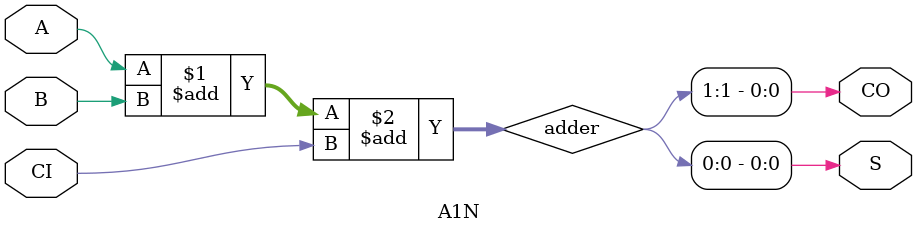
<source format=v>


module k007452_top(
    input [2:0] AB_L,
    input [15:12] AB_H,
    input CS12, SLTS, RD, WR, CLK, RES, K8,
    input [1:0] SEL,
    inout [7:0] DB,
    output [6:1] Y,
    output OE1, OE2
);

    reg B34, A28;
    reg D35, D28, C35, C28;
    reg [3:0] P8;
    reg [15:0] acc_reg;
    wire [7:0] DB_OUT;
    wire D25;
    wire E20, H20, H2, H15;
    wire H4, H6, G20, H17;
    wire J23, H8, H10, H12, H22, H24, H26, J35;
    wire K21, K2, K23, K1, K34, K12, K4, K19;
    wire H32, E36, nC56, nB42, C54;
    wire nRES;
    wire [3:0] M50;
    wire [3:0] N49;
    wire [3:0] P50;
    wire [3:0] R46;
    wire [3:0] L3;
    wire [3:0] M4;
    wire [3:0] R29;
    wire [3:0] N29;
    wire [3:0] L42;
    wire [3:0] K62;
    wire [3:0] H71;
    wire [3:0] H58;
    wire [3:0] A59;
    wire [3:0] B60;

    assign nRES = ~RES;

    C41 Cell_A59(nF63, F70, A59);

    FDO Cell_B49(~A59[3], nB49, F70, B49, nB49);
    assign D51 = ~|{nRES, B49};

    C41 Cell_B60(~CLK, F77, B60);
    assign C53 = ~|{nRES, B60[3]};

    FDO Cell_F70(C63[3], 1'b1, D51, F70, nF70);
    FDO Cell_F77(C63[1], 1'b1, C53, F77, );
    assign A83 = ~|{~CLK, nF70};
    assign H36 = ~&{CLK, F77};

    FDO Cell_F63(~CLK, nF63, F25, F63, nF63);
    assign E74 = F63 & F70;

    FDN Cell_C56(A83, E74, RES, , nC56);
    assign C52 = ~|{nC56, E74};
    assign C51 = ~|{C52, nRES};

    FDO Cell_B42(E74, E58_CO, C51, , nB42);
    assign C54 = ~nB42;
    assign H53 = ~C54;
    
    assign G41 = ~&{A83, E74};
    assign A56 = ~&{nB42, E74};
    assign B58 = &{A56, A83};

    assign E36 = 1; // DEBUG ~|{SLTS, B22, B34, A28, D35, D28, C35, C28};

    wire H37 = |{~E36, RD};
    assign D25 = ~|{H37, AB_L[1]};
    wire D26 = ~|{H37, AB_L[2]};
    wire DB_DIR = ~|{D25, D26};
    
    assign DB = DB_DIR ? 8'bzzzz_zzzz : DB_OUT;

    T5A Cell_A44(Y[2], Y[3], Y[4], Y[3], SEL[0], ~SEL[0], SEL[1], A44);

    wire H39 = ~|{~E36, RD};
    wire H40 = ~|{SLTS, CS12, H39};
    assign OE1 = ~&{A44, H40};
    assign OE2 = ~&{~A44, H40};
    
    assign H32 = ~|{WR, ~E36};

    wire H34 = ~|{WR, SLTS, ~AB_H[12]};
    wire E34 = ~&{K8, AB_H[13]};

    reg [3:0] C63;
    always @(negedge CLK)
        C63 <= {C63[2], F25, C63[0], F23};



    T5A Cell_G35(B3, B34, A12, C14, ~B33, B33, AB_H[14], Y[1]);
    T5A Cell_F37(B17, A28, A11, C20, ~B33, B33, AB_H[14], Y[2]);
    T5A Cell_F28(C21, D35, A10, C11, ~B33, B33, AB_H[14], Y[3]);
    T5A Cell_B28(B14, D28, A9, C23, ~B33, B33, AB_H[14], Y[4]);
    T5A Cell_E29(C4, C35, A2, C8, ~B33, B33, AB_H[14], Y[5]);
    T5A Cell_A36(B6, C28, A5, C22, ~B33, B33, AB_H[14], Y[6]);

    T5A Cell_J13(1'b0, E20, K21, H10, D25, ~D25, D26, DB_OUT[0]);
    T5A Cell_J18(1'b0, H20, K2, H8, D25, ~D25, D26, DB_OUT[1]);
    T5A Cell_J8(1'b0, H2, K23, H26, D25, ~D25, D26, DB_OUT[2]);
    T5A Cell_J30(1'b0, H15, K10, H22, D25, ~D25, D26, DB_OUT[3]);
    T5A Cell_J37(1'b0, H4, K34, J35, D25, ~D25, D26, DB_OUT[4]);
    T5A Cell_J25(1'b0, H6, K12, J23, D25, ~D25, D26, DB_OUT[5]);
    T5A Cell_J2(1'b0, G20, K4, H12, D25, ~D25, D26, DB_OUT[6]);
    T5A Cell_K14(1'b0, H17, K19, H24, D25, ~D25, D26, DB_OUT[7]);


    // Address decode
    wire G26 = ~&{~AB_L[0], ~AB_L[1], ~AB_L[2], H32};    // 000
    wire F23 = ~&{AB_L[0], ~AB_L[1], ~AB_L[2], H32};     // 001
    wire G24 = ~&{~AB_L[0], AB_L[1], ~AB_L[2], H32};     // 010
    wire G22 = ~&{AB_L[0], AB_L[1], ~AB_L[2], H32};      // 011
    wire F21 = ~&{~AB_L[0], ~AB_L[1], AB_L[2], H32};     // 100
    wire F25 = ~&{AB_L[0], ~AB_L[1], AB_L[2], H32};      // 101

    wire B7 = ~&{~AB_H[15], AB_L[14], H34, ~E34};
    wire B9 = ~&{~AB_H[15], AB_L[14], E34, H34};
    wire B22 = ~&{AB_H[15], ~AB_L[14], AB_L[12], E34};
    wire B24 = ~&{AB_H[15], ~AB_L[14], H34, E34};
    wire B26 = ~&{AB_H[15], ~AB_L[14], H34, ~E34};


    // Set and reset for A28 and B34, which is which ?
    wire F33 = ~&{nRES, ~K8};
    wire A41 = ~&{nRES, K8};

    always @(posedge B24 or negedge F33 or negedge A41) begin
        if (!F33) begin
            B34 <= 1'b1;
            A28 <= 1'b1;
        end else if (!A41) begin
            B34 <= 1'b0;
            A28 <= 1'b0;
        end else begin
            B34 <= ~DB[0];
            A28 <= ~DB[1];
        end
    end

    // Bank 011
    wire B1 = ~((~DB[0]&~B26)|(B26&B3));
    wire B3 = ~(nRES | B1);
    wire B18 = ~((~DB[1]&~B26)|(B26&B17));
    wire B17 = ~(nRES | B18);
    wire B12 = ~((~DB[2]&~B26)|(B26&C21));
    wire C21 = ~(RES & B12);
    wire B15 = ~((~DB[3]&~B26)|(B26&B14));
    wire B14 = ~(RES & B15);
    wire C2 = ~((~DB[4]&~B26)|(B26&C4));
    wire C4 = ~(RES & C2);
    wire B4 = ~((~DB[5]&~B26)|(B26&B6));
    wire B6 = ~(RES & B4);

    // Bank 101
    wire A19 = ~((~DB[0]&~B9)|(B9&A12));
    wire A12 = ~(RES & A19);
    wire A17 = ~((~DB[1]&~B9)|(B9&A11));
    wire A11 = ~(RES & A17);
    wire A15 = ~((~DB[2]&~B9)|(B9&A10));
    wire A10 = ~(RES & A15);
    wire A13 = ~((~DB[3]&~B9)|(B9&A9));
    wire A9 = ~(RES & A13);
    wire A22 = ~((~DB[4]&~B9)|(B9&A2));
    wire A2 = ~(RES & A22);
    wire A3 = ~((~DB[5]&~B9)|(B9&A5));
    wire A5 = ~(RES & A3);

    // Bank 111
    wire C15 = ~((~DB[0]&~B7)|(B7&C14));
    wire C14 = ~(nRES | C15);
    wire C18 = ~((~DB[1]&~B7)|(B7&C20));
    wire C20 = ~(RES & C18);
    wire C12 = ~((~DB[2]&~B7)|(B7&C11));
    wire C11 = ~(RES & C12);
    wire C26 = ~((~DB[3]&~B7)|(B7&C23));
    wire C23 = ~(RES & C26);
    wire C9 = ~((~DB[4]&~B7)|(B7&C8));
    wire C8 = ~(RES & C9);
    wire C24 = ~((~DB[5]&~B7)|(B7&C22));
    wire C22 = ~(RES & C24);



    FS3 Cell_L3({DB[0], DB[1], DB[2], DB[3]}, M4[3], H36, F23, L3);
    FS3 Cell_M4({DB[4], DB[5], DB[6], DB[7]}, M38, H36, F23, M4);

    assign R28 = ~|{R29[0], ~L3[3]};
    assign R27 = ~|{R29[1], ~L3[3]};
    assign R26 = ~|{R29[2], ~L3[3]};
    assign R25 = ~|{R29[3], ~L3[3]};

    assign L37 = ~|{N29[0], ~L3[3]};
    assign N19 = ~|{N29[1], ~L3[3]};
    assign N18 = ~|{N29[2], ~L3[3]};
    assign N28 = ~|{N29[3], ~L3[3]};

    assign N16 = R25 & P8[0];
    assign M38 = R25 ^ P8[0];
    A1N Cell_R1(R26, P8[1], N16, R1_S, R1_CO);
    A1N Cell_R17(R27, P8[2], R1_CO, R17_S, R17_CO);
    A1N Cell_R9(R28, P8[3], R17_CO, R9_S, R9_CO);
    A1N Cell_P34(N28, P1, R9_CO, P34_S, P34_CO);
    A1N Cell_N20(N18, N1, P34_CO, N20_S, N20_CO);
    A1N Cell_N8(N19, K27, N20_CO, N8_S, N8_CO);

    always @(posedge H36 or negedge G26) begin
        if (!G26)
            P8 <= 4'b0000;
        else
            P8 <= {P34_S, R9_S, R17_S, R1_S}; //P8 <= small_adder[4:1];
    end

    FDO Cell_P1(H36, N20_S, G26, P1, );
    FDO Cell_N1(H36, N8_S, G26, N1, );
    FDO Cell_K27(H36, L37 ^ N8_CO, G26, K27, );
    
    assign M38 = R25 ^ P8[0];

    LT4 Cell_R29({DB[0], DB[1], DB[2], DB[3]}, G26, , R29);
    LT4 Cell_N29({DB[4], DB[5], DB[6], DB[7]}, G26, , N29);



    assign J23 = ~(AB_L[0] ? D42 : J77);
    assign H8 = ~(AB_L[0] ?  H42 : M42);
    assign H10 = ~(AB_L[0] ? G42 : P42);
    assign H12 = ~(AB_L[0] ? E49 : J53);
    assign H22 = ~(AB_L[0] ? G49 : J42);
    assign H24 = ~(AB_L[0] ? E42 : F56);
    assign H26 = ~(AB_L[0] ? F42 : L77);
    assign J35 = ~(AB_L[0] ? C42 : J62);

    assign K21 = ~(AB_L[0] ? P8[0] : L3[3]);
    assign K2 = ~(AB_L[0] ?  P8[1] : L3[2]);
    assign K23 = ~(AB_L[0] ? P8[2] : L3[1]);
    assign K10 = ~(AB_L[0] ? P8[3] : L3[0]);
    assign K34 = ~(AB_L[0] ? P1    : M4[3]);
    assign K12 = ~(AB_L[0] ? N1    : M4[2]);
    assign K4 = ~(AB_L[0] ?  K27   : M4[1]);
    assign K19 = ~(AB_L[0] ? 1'b0  : M4[0]);

    reg [3:0] D3;
    reg [3:0] F2;
    reg [3:0] E2;
    reg [3:0] G2;
    always @(negedge G41) begin
        D3 <= {D3[2:0], ~nB42};
        F2 <= {F2[2:0], D3[3]};
        E2 <= {E2[2:0], F2[3]};
        G2 <= {G2[2:0], E2[3]};
    end

    assign E20 = ~(AB_L[0] ? E2[0] : D3[0]);
    assign H20 = ~(AB_L[0] ? E2[1] : D3[1]);
    assign H2 = ~(AB_L[0] ?  E2[2] : D3[2]);
    assign H15 = ~(AB_L[0] ? E2[3] : D3[3]);
    assign H4 = ~(AB_L[0] ?  G2[0] : F2[0]);
    assign H6 = ~(AB_L[0] ?  G2[1] : F2[1]);
    assign G20 = ~(AB_L[0] ? G2[2] : F2[2]);
    assign H17 = ~(AB_L[0] ? G2[3] : F2[3]);

    LT4 Cell_L42({DB[0], DB[1], DB[2], DB[3]}, G22, , L42);
    LT4 Cell_K62({DB[4], DB[5], DB[6], DB[7]}, G22, , K62);
    LT4 Cell_H71({DB[0], DB[1], DB[2], DB[3]}, G24, , H71);
    LT4 Cell_H58({DB[4], DB[5], DB[6], DB[7]}, G24, , H58);

    FS3 Cell_M50(DB[3:0], 1'b0, E74, F25, M50);
    FS3 Cell_N49(DB[7:4], M50[3], E74, F25, N49);
    FS3 Cell_P50(DB[3:0], N49[3], E74, F21, P50);
    FS3 Cell_R46(DB[7:4], P50[3], E74, F21, R46);

    assign N42 = ~^{L42[3], P42};
    wire N46 = L42[3] | P42;

    A1N Cell_L60(M42, L42[2], N46, L60_S, L60_CO);
    A1N Cell_L68(L77, L42[1], L60_CO, L68_S, L68_CO);
    A1N Cell_K42(J42, L42[0], L68_CO, K42_S, K42_CO);

    A1N Cell_K53(J62, K62[3], K42_CO, K53_S, K53_CO);
    A1N Cell_K76(J77, K62[2], K53_CO, K76_S, K76_CO);
    A1N Cell_J69(J53, K62[1], K76_CO, J69_S, J69_CO);
    A1N Cell_G68(F56, K62[0], J69_CO, G68_S, G68_CO);

    A1N Cell_G60(G42, H71[3], G68_CO, G60_S, G60_CO);
    A1N Cell_G76(H42, H71[2], G60_CO, G76_S, G76_CO);
    A1N Cell_D76(F42, H71[1], G76_CO, D76_S, D76_CO);
    A1N Cell_D68(G49, H71[0], D76_CO, D68_S, D68_CO);

    A1N Cell_D60(C42, H58[3], D68_CO, D60_S, D60_CO);
    A1N Cell_E76(D42, H58[2], D60_CO, E76_S, E76_CO);
    A1N Cell_E66(E49, H58[1], E76_CO, E66_S, E66_CO);
    A1N Cell_E58(E42, H58[0], E66_CO, E58_S, E58_CO);

    always @(posedge B58 or negedge F25) begin
        if (!F25)
            acc_reg <= 16'h0000;
        else
            acc_reg <= ((~C54) ? {E49, D42, C42, G49, F42, H42, G42, F56, J53, J77, J62, J42, L77, M42, P42, R46[3]} : {E58_S, E66_S, E76_S, D60_S, D68_S, D76_S, G76_S, G60_S, G68_S, J69_S, K76_S, K53_S, K42_S, L68_S, L60_S, N42}); // Is this the right order ?
    end

    assign E42 = acc_reg[15];
    assign E49 = acc_reg[14];
    assign D42 = acc_reg[13];
    assign C42 = acc_reg[12];
    assign G49 = acc_reg[11];
    assign F42 = acc_reg[10];
    assign H42 = acc_reg[9];
    assign G42 = acc_reg[8];
    assign F56 = acc_reg[7];
    assign J53 = acc_reg[6];
    assign J77 = acc_reg[5];
    assign J62 = acc_reg[4];
    assign J42 = acc_reg[3];
    assign L77 = acc_reg[2];
    assign M42 = acc_reg[1];
    assign P42 = acc_reg[0];

    always @(posedge B24 or negedge RES) begin
        if (!RES) begin
            D35 <= 1'b1;
            D28 <= 1'b1;
            C35 <= 1'b1;
            C28 <= 1'b1;
        end else begin
            D35 <= ~DB[2];
            D28 <= ~DB[3];
            C35 <= ~DB[4];
            C28 <= ~DB[5];
        end
    end

endmodule

module FDO(
    input CLK,
    input D,
    input nR,
    output reg Q,
    output nQ
);
    always @(posedge CLK or negedge nR) begin
        if (!nR)
            Q <= 1'b0;
        else
            Q <= D;
    end
    assign nQ = ~Q;
endmodule

module FDN(
    input CLK,
    input D,
    input nS,
    output reg Q,
    output nQ
);
    always @(posedge CLK or negedge nS) begin
        if (!nS)
            Q <= 1'b1;
        else
            Q <= D;
    end
    assign nQ = ~Q;
endmodule

module C41(
    input CLK,
    input nCL,
    output reg [3:0] Q
);
    always @(posedge CLK or negedge nCL) begin
        if (!nCL)
            Q <= 4'd0;
        else
            Q <= Q + 1'b1;
    end
endmodule

module FS3(
    input [3:0] P,
    input SD,
    input CLK,
    input nL,
    output reg [3:0] Q
);
    always @(posedge CLK or negedge nL) begin
        if (!nL) begin
            Q <= P;
        end else begin
            Q <= {Q[2:0], SD};
        end
    end
endmodule

module LT4(
    input [3:0] D,
    input nG,
    output reg [3:0] P,
    output [3:0] N
);
    always @(*) begin
        if (!nG)
            P <= D;
    end
    
    assign N = ~P;
endmodule

module T5A(
    input A1, A2, B1, B2,
    input S1, S3, S5,
    output nX
);
    assign nX = ~(S5 ? S3 ? B2 : B1 : S1 ? A2 : A1);
endmodule

module A1N(
    input A, B, CI,
    output S, CO
);
    wire [1:0] adder;
    assign adder = A + B + CI;
    assign S = adder[0];
    assign CO = adder[1];
endmodule

</source>
